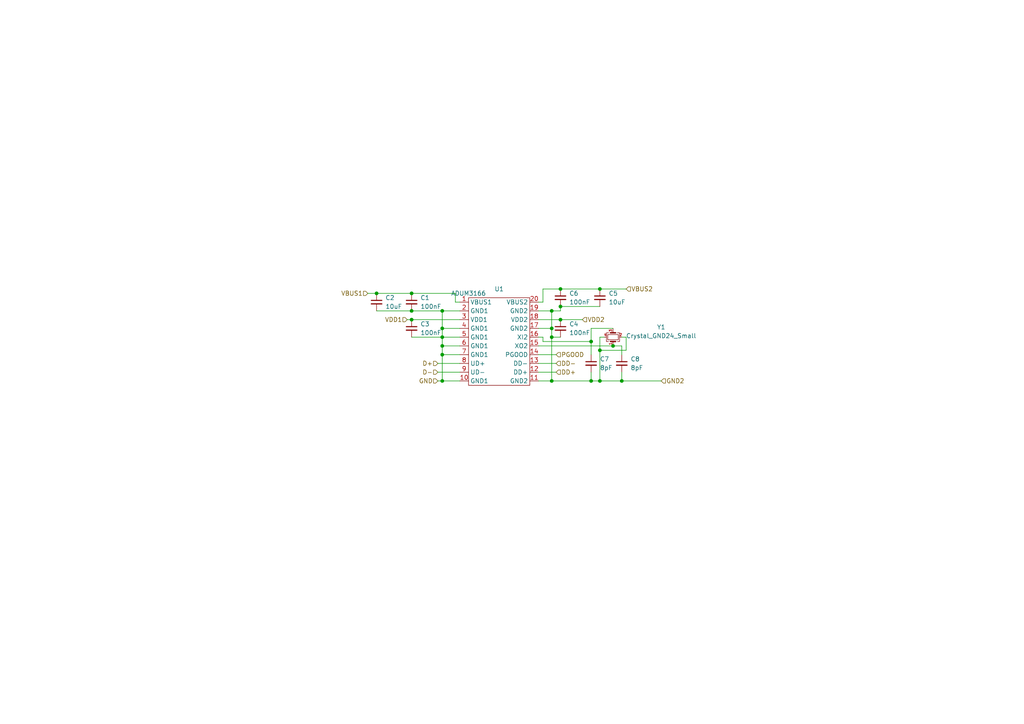
<source format=kicad_sch>
(kicad_sch (version 20230121) (generator eeschema)
  (paper "A4")
  (lib_symbols
    (symbol "Device:C_Small" (pin_numbers hide) (pin_names (offset 0.254) hide)
      (property "Reference" "C" (at 0.254 1.778 0))
      (property "Value" "C_Small" (at 0.254 -2.032 0))
      (symbol "C_Small_0_1"
        (polyline (pts (xy -1.524 -0.508) (xy 1.524 -0.508)) (stroke (width 0.3302)))
        (polyline (pts (xy -1.524 0.508) (xy 1.524 0.508)) (stroke (width 0.3048)))
      )
      (symbol "C_Small_1_1"
        (pin passive line (at 0 2.54 270) (length 2.032) (name "~") (number "1"))
        (pin passive line (at 0 -2.54 90) (length 2.032) (name "~") (number "2"))
      )
    )
    (symbol "Device:Crystal_GND24_Small" (pin_names (offset 1.016) hide)
      (property "Reference" "Y" (at 1.27 4.445 0))
      (property "Value" "Crystal_GND24_Small" (at 1.27 2.54 0))
      (symbol "Crystal_GND24_Small_0_1"
        (rectangle (start -0.762 -1.524) (end 0.762 1.524))
        (polyline (pts (xy -1.27 -0.762) (xy -1.27 0.762)) (stroke (width 0.381)))
        (polyline (pts (xy 1.27 -0.762) (xy 1.27 0.762)) (stroke (width 0.381)))
        (polyline (pts (xy -1.27 -1.27) (xy -1.27 -1.905) (xy 1.27 -1.905) (xy 1.27 -1.27)))
        (polyline (pts (xy -1.27 1.27) (xy -1.27 1.905) (xy 1.27 1.905) (xy 1.27 1.27)))
      )
      (symbol "Crystal_GND24_Small_1_1"
        (pin passive line (at -2.54 0 0) (length 1.27) (name "1") (number "1"))
        (pin passive line (at 0 -2.54 90) (length 0.635) (name "2") (number "2"))
        (pin passive line (at 2.54 0 180) (length 1.27) (name "3") (number "3"))
        (pin passive line (at 0 2.54 270) (length 0.635) (name "4") (number "4"))
      )
    )
    (symbol "b156:ADUM3166"
      (property "Reference" "U" (at -8.89 13.97 0))
      (symbol "ADUM3166_0_1"
        (rectangle (start -8.89 12.7) (end 8.89 -12.7))
      )
      (symbol "ADUM3166_1_1"
        (pin power_in line (at -11.43 11.43 0) (length 2.54) (name "VBUS1") (number "1"))
        (pin power_in line (at -11.43 -11.43 0) (length 2.54) (name "GND1") (number "10"))
        (pin power_in line (at 11.43 -11.43 180) (length 2.54) (name "GND2") (number "11"))
        (pin bidirectional line (at 11.43 -8.89 180) (length 2.54) (name "DD+") (number "12"))
        (pin bidirectional line (at 11.43 -6.35 180) (length 2.54) (name "DD-") (number "13"))
        (pin output line (at 11.43 -3.81 180) (length 2.54) (name "PGOOD") (number "14"))
        (pin output line (at 11.43 -1.27 180) (length 2.54) (name "XO2") (number "15"))
        (pin input line (at 11.43 1.27 180) (length 2.54) (name "XI2") (number "16"))
        (pin power_in line (at 11.43 3.81 180) (length 2.54) (name "GND2") (number "17"))
        (pin power_in line (at 11.43 6.35 180) (length 2.54) (name "VDD2") (number "18"))
        (pin power_in line (at 11.43 8.89 180) (length 2.54) (name "GND2") (number "19"))
        (pin power_in line (at -11.43 8.89 0) (length 2.54) (name "GND1") (number "2"))
        (pin power_in line (at 11.43 11.43 180) (length 2.54) (name "VBUS2") (number "20"))
        (pin power_in line (at -11.43 6.35 0) (length 2.54) (name "VDD1") (number "3"))
        (pin power_in line (at -11.43 3.81 0) (length 2.54) (name "GND1") (number "4"))
        (pin power_in line (at -11.43 1.27 0) (length 2.54) (name "GND1") (number "5"))
        (pin power_in line (at -11.43 -1.27 0) (length 2.54) (name "GND1") (number "6"))
        (pin power_in line (at -11.43 -3.81 0) (length 2.54) (name "GND1") (number "7"))
        (pin bidirectional line (at -11.43 -6.35 0) (length 2.54) (name "UD+") (number "8"))
        (pin bidirectional line (at -11.43 -8.89 0) (length 2.54) (name "UD-") (number "9"))
      )
    )
  )
  (junction (at 109.22 85.09))
  (junction (at 171.45 99.06))
  (junction (at 128.27 102.87))
  (junction (at 177.8 100.33))
  (junction (at 128.27 97.79))
  (junction (at 128.27 95.25))
  (junction (at 171.45 110.49))
  (junction (at 162.56 92.71))
  (junction (at 128.27 90.17))
  (junction (at 160.02 110.49))
  (junction (at 173.99 101.6))
  (junction (at 162.56 88.9))
  (junction (at 119.38 85.09))
  (junction (at 119.38 92.71))
  (junction (at 128.27 100.33))
  (junction (at 160.02 95.25))
  (junction (at 160.02 97.79))
  (junction (at 173.99 83.82))
  (junction (at 173.99 110.49))
  (junction (at 180.34 110.49))
  (junction (at 162.56 83.82))
  (junction (at 160.02 90.17))
  (junction (at 128.27 110.49))
  (junction (at 119.38 90.17))
  (wire (pts (xy 173.99 97.79) (xy 173.99 101.6)))
  (wire (pts (xy 160.02 97.79) (xy 160.02 110.49)))
  (wire (pts (xy 157.48 87.63) (xy 157.48 83.82)))
  (wire (pts (xy 160.02 90.17) (xy 160.02 95.25)))
  (wire (pts (xy 132.08 87.63) (xy 133.35 87.63)))
  (wire (pts (xy 156.21 102.87) (xy 161.29 102.87)))
  (wire (pts (xy 162.56 90.17) (xy 162.56 88.9)))
  (wire (pts (xy 106.68 85.09) (xy 109.22 85.09)))
  (wire (pts (xy 119.38 90.17) (xy 128.27 90.17)))
  (wire (pts (xy 156.21 95.25) (xy 160.02 95.25)))
  (wire (pts (xy 171.45 110.49) (xy 173.99 110.49)))
  (wire (pts (xy 173.99 83.82) (xy 181.61 83.82)))
  (wire (pts (xy 128.27 110.49) (xy 133.35 110.49)))
  (wire (pts (xy 128.27 97.79) (xy 133.35 97.79)))
  (wire (pts (xy 160.02 97.79) (xy 162.56 97.79)))
  (wire (pts (xy 156.21 105.41) (xy 161.29 105.41)))
  (wire (pts (xy 171.45 95.25) (xy 171.45 99.06)))
  (wire (pts (xy 173.99 110.49) (xy 180.34 110.49)))
  (wire (pts (xy 180.34 110.49) (xy 191.77 110.49)))
  (wire (pts (xy 127 107.95) (xy 133.35 107.95)))
  (wire (pts (xy 128.27 95.25) (xy 133.35 95.25)))
  (wire (pts (xy 160.02 95.25) (xy 160.02 97.79)))
  (wire (pts (xy 157.48 83.82) (xy 162.56 83.82)))
  (wire (pts (xy 162.56 92.71) (xy 156.21 92.71)))
  (wire (pts (xy 119.38 92.71) (xy 133.35 92.71)))
  (wire (pts (xy 173.99 101.6) (xy 181.61 101.6)))
  (wire (pts (xy 160.02 110.49) (xy 171.45 110.49)))
  (wire (pts (xy 132.08 85.09) (xy 132.08 87.63)))
  (wire (pts (xy 157.48 97.79) (xy 156.21 97.79)))
  (wire (pts (xy 162.56 92.71) (xy 168.91 92.71)))
  (wire (pts (xy 156.21 107.95) (xy 161.29 107.95)))
  (wire (pts (xy 128.27 100.33) (xy 133.35 100.33)))
  (wire (pts (xy 109.22 85.09) (xy 119.38 85.09)))
  (wire (pts (xy 180.34 100.33) (xy 177.8 100.33)))
  (wire (pts (xy 119.38 97.79) (xy 128.27 97.79)))
  (wire (pts (xy 180.34 107.95) (xy 180.34 110.49)))
  (wire (pts (xy 128.27 90.17) (xy 128.27 95.25)))
  (wire (pts (xy 127 110.49) (xy 128.27 110.49)))
  (wire (pts (xy 119.38 85.09) (xy 132.08 85.09)))
  (wire (pts (xy 133.35 90.17) (xy 128.27 90.17)))
  (wire (pts (xy 156.21 90.17) (xy 160.02 90.17)))
  (wire (pts (xy 128.27 100.33) (xy 128.27 102.87)))
  (wire (pts (xy 160.02 90.17) (xy 162.56 90.17)))
  (wire (pts (xy 156.21 87.63) (xy 157.48 87.63)))
  (wire (pts (xy 173.99 101.6) (xy 173.99 110.49)))
  (wire (pts (xy 181.61 101.6) (xy 181.61 97.79)))
  (wire (pts (xy 127 105.41) (xy 133.35 105.41)))
  (wire (pts (xy 118.11 92.71) (xy 119.38 92.71)))
  (wire (pts (xy 156.21 100.33) (xy 177.8 100.33)))
  (wire (pts (xy 181.61 97.79) (xy 180.34 97.79)))
  (wire (pts (xy 171.45 99.06) (xy 157.48 99.06)))
  (wire (pts (xy 171.45 99.06) (xy 171.45 102.87)))
  (wire (pts (xy 128.27 102.87) (xy 128.27 110.49)))
  (wire (pts (xy 162.56 88.9) (xy 173.99 88.9)))
  (wire (pts (xy 171.45 107.95) (xy 171.45 110.49)))
  (wire (pts (xy 180.34 102.87) (xy 180.34 100.33)))
  (wire (pts (xy 160.02 110.49) (xy 156.21 110.49)))
  (wire (pts (xy 175.26 97.79) (xy 173.99 97.79)))
  (wire (pts (xy 177.8 95.25) (xy 171.45 95.25)))
  (wire (pts (xy 157.48 99.06) (xy 157.48 97.79)))
  (wire (pts (xy 162.56 83.82) (xy 173.99 83.82)))
  (wire (pts (xy 128.27 95.25) (xy 128.27 97.79)))
  (wire (pts (xy 128.27 97.79) (xy 128.27 100.33)))
  (wire (pts (xy 128.27 102.87) (xy 133.35 102.87)))
  (wire (pts (xy 109.22 90.17) (xy 119.38 90.17)))
  (hierarchical_label "DD+" (shape input) (at 161.29 107.95 0))
  (hierarchical_label "DD-" (shape input) (at 161.29 105.41 0))
  (hierarchical_label "GND" (shape input) (at 127 110.49 180))
  (hierarchical_label "GND2" (shape input) (at 191.77 110.49 0))
  (hierarchical_label "PGOOD" (shape input) (at 161.29 102.87 0))
  (hierarchical_label "D+" (shape input) (at 127 105.41 180))
  (hierarchical_label "VBUS2" (shape input) (at 181.61 83.82 0))
  (hierarchical_label "VDD2" (shape input) (at 168.91 92.71 0))
  (hierarchical_label "D-" (shape input) (at 127 107.95 180))
  (hierarchical_label "VBUS1" (shape input) (at 106.68 85.09 180))
  (hierarchical_label "VDD1" (shape input) (at 118.11 92.71 180))
  (symbol (lib_id "Device:C_Small") (at 119.38 95.25 0) (unit 1)
    (property "Reference" "C3" (at 121.92 93.9863 0) (effects (justify left)))
    (property "Value" "100nF" (at 121.92 96.5263 0) (effects (justify left)))
    (property "Footprint" "Capacitor_SMD:C_0402_1005Metric" (effects hide))
    (property "lcsc" "C1525" (effects hide))
  )
  (symbol (lib_id "b156:ADUM3166") (at 144.78 99.06 0) (unit 1)
    (property "Reference" "U1" (at 144.78 83.82 0))
    (property "Value" "ADUM3166" (at 135.89 85.09 0))
    (property "Footprint" "Package_SO:SOIC-20W_7.5x12.8mm_P1.27mm" (effects hide))
  )
  (symbol (lib_id "Device:C_Small") (at 109.22 87.63 0) (unit 1)
    (property "Reference" "C2" (at 111.76 86.3663 0) (effects (justify left)))
    (property "Value" "10uF" (at 111.76 88.9063 0) (effects (justify left)))
    (property "Footprint" "Capacitor_SMD:C_0402_1005Metric" (effects hide))
    (property "lcsc" "C15525" (effects hide))
  )
  (symbol (lib_id "Device:C_Small") (at 173.99 86.36 0) (unit 1)
    (property "Reference" "C5" (at 176.53 85.0963 0) (effects (justify left)))
    (property "Value" "10uF" (at 176.53 87.6363 0) (effects (justify left)))
    (property "Footprint" "Capacitor_SMD:C_0402_1005Metric" (effects hide))
    (property "lcsc" "C15525" (effects hide))
  )
  (symbol (lib_id "Device:C_Small") (at 171.45 105.41 0) (unit 1)
    (property "Reference" "C7" (at 173.99 104.1463 0) (effects (justify left)))
    (property "Value" "8pF" (at 173.99 106.6863 0) (effects (justify left)))
    (property "Footprint" "Capacitor_SMD:C_0402_1005Metric" (effects hide))
    (property "lcsc" "C1549" (effects hide))
  )
  (symbol (lib_id "Device:C_Small") (at 119.38 87.63 0) (unit 1)
    (property "Reference" "C1" (at 121.92 86.3663 0) (effects (justify left)))
    (property "Value" "100nF" (at 121.92 88.9063 0) (effects (justify left)))
    (property "Footprint" "Capacitor_SMD:C_0402_1005Metric" (effects hide))
    (property "lcsc" "C1525" (effects hide))
  )
  (symbol (lib_id "Device:C_Small") (at 162.56 95.25 0) (unit 1)
    (property "Reference" "C4" (at 165.1 93.9863 0) (effects (justify left)))
    (property "Value" "100nF" (at 165.1 96.5263 0) (effects (justify left)))
    (property "Footprint" "Capacitor_SMD:C_0402_1005Metric" (effects hide))
    (property "lcsc" "C1525" (effects hide))
  )
  (symbol (lib_id "Device:Crystal_GND24_Small") (at 177.8 97.79 90) (unit 1)
    (property "Reference" "Y1" (at 191.77 94.8757 90))
    (property "Value" "Crystal_GND24_Small" (at 191.77 97.4157 90))
    (property "Footprint" "Crystal:Crystal_SMD_3225-4Pin_3.2x2.5mm" (effects hide))
    (property "lcsc" "C15643" (effects hide))
  )
  (symbol (lib_id "Device:C_Small") (at 180.34 105.41 0) (unit 1)
    (property "Reference" "C8" (at 182.88 104.1463 0) (effects (justify left)))
    (property "Value" "8pF" (at 182.88 106.6863 0) (effects (justify left)))
    (property "Footprint" "Capacitor_SMD:C_0402_1005Metric" (effects hide))
    (property "lcsc" "C1549" (effects hide))
  )
  (symbol (lib_id "Device:C_Small") (at 162.56 86.36 0) (unit 1)
    (property "Reference" "C6" (at 165.1 85.0963 0) (effects (justify left)))
    (property "Value" "100nF" (at 165.1 87.6363 0) (effects (justify left)))
    (property "Footprint" "Capacitor_SMD:C_0402_1005Metric" (effects hide))
    (property "lcsc" "C1525" (effects hide))
  )
)
</source>
